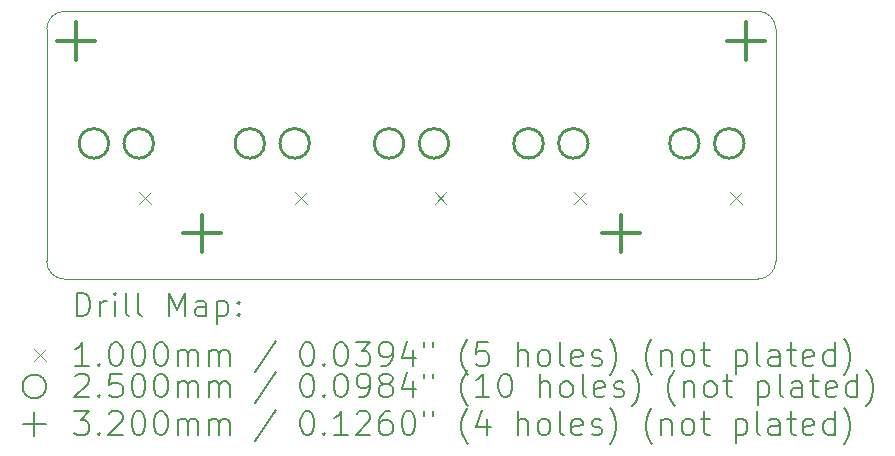
<source format=gbr>
%TF.GenerationSoftware,KiCad,Pcbnew,6.0.9-8da3e8f707~116~ubuntu22.04.1*%
%TF.CreationDate,2022-11-19T00:39:34+05:30*%
%TF.ProjectId,lsa,6c73612e-6b69-4636-9164-5f7063625858,rev?*%
%TF.SameCoordinates,Original*%
%TF.FileFunction,Drillmap*%
%TF.FilePolarity,Positive*%
%FSLAX45Y45*%
G04 Gerber Fmt 4.5, Leading zero omitted, Abs format (unit mm)*
G04 Created by KiCad (PCBNEW 6.0.9-8da3e8f707~116~ubuntu22.04.1) date 2022-11-19 00:39:34*
%MOMM*%
%LPD*%
G01*
G04 APERTURE LIST*
%ADD10C,0.100000*%
%ADD11C,0.200000*%
%ADD12C,0.250000*%
%ADD13C,0.320000*%
G04 APERTURE END LIST*
D10*
X14703934Y-9057934D02*
X14703934Y-7091066D01*
X8681000Y-9209000D02*
X14553934Y-9207934D01*
X8531000Y-9059000D02*
G75*
G03*
X8681000Y-9209000I150000J0D01*
G01*
X14553934Y-6941066D02*
X8681000Y-6941000D01*
X8681000Y-6941000D02*
G75*
G03*
X8531000Y-7091000I0J-150000D01*
G01*
X14553934Y-9207934D02*
G75*
G03*
X14703934Y-9057934I-4J150004D01*
G01*
X8531000Y-7091000D02*
X8531000Y-9059000D01*
X14703934Y-7091066D02*
G75*
G03*
X14553934Y-6941066I-150004J-4D01*
G01*
D11*
D10*
X9315000Y-8475000D02*
X9415000Y-8575000D01*
X9415000Y-8475000D02*
X9315000Y-8575000D01*
X10635000Y-8475000D02*
X10735000Y-8575000D01*
X10735000Y-8475000D02*
X10635000Y-8575000D01*
X11815000Y-8475000D02*
X11915000Y-8575000D01*
X11915000Y-8475000D02*
X11815000Y-8575000D01*
X12995000Y-8475000D02*
X13095000Y-8575000D01*
X13095000Y-8475000D02*
X12995000Y-8575000D01*
X14315000Y-8475000D02*
X14415000Y-8575000D01*
X14415000Y-8475000D02*
X14315000Y-8575000D01*
D12*
X9055000Y-8060000D02*
G75*
G03*
X9055000Y-8060000I-125000J0D01*
G01*
X9435000Y-8060000D02*
G75*
G03*
X9435000Y-8060000I-125000J0D01*
G01*
X10375000Y-8060000D02*
G75*
G03*
X10375000Y-8060000I-125000J0D01*
G01*
X10755000Y-8060000D02*
G75*
G03*
X10755000Y-8060000I-125000J0D01*
G01*
X11555000Y-8060000D02*
G75*
G03*
X11555000Y-8060000I-125000J0D01*
G01*
X11935000Y-8060000D02*
G75*
G03*
X11935000Y-8060000I-125000J0D01*
G01*
X12735000Y-8060000D02*
G75*
G03*
X12735000Y-8060000I-125000J0D01*
G01*
X13115000Y-8060000D02*
G75*
G03*
X13115000Y-8060000I-125000J0D01*
G01*
X14055000Y-8060000D02*
G75*
G03*
X14055000Y-8060000I-125000J0D01*
G01*
X14435000Y-8060000D02*
G75*
G03*
X14435000Y-8060000I-125000J0D01*
G01*
D13*
X8781000Y-7031000D02*
X8781000Y-7351000D01*
X8621000Y-7191000D02*
X8941000Y-7191000D01*
X9846000Y-8662000D02*
X9846000Y-8982000D01*
X9686000Y-8822000D02*
X10006000Y-8822000D01*
X13390000Y-8662000D02*
X13390000Y-8982000D01*
X13230000Y-8822000D02*
X13550000Y-8822000D01*
X14454000Y-7031000D02*
X14454000Y-7351000D01*
X14294000Y-7191000D02*
X14614000Y-7191000D01*
D11*
X8783619Y-9524476D02*
X8783619Y-9324476D01*
X8831238Y-9324476D01*
X8859810Y-9334000D01*
X8878857Y-9353048D01*
X8888381Y-9372095D01*
X8897905Y-9410190D01*
X8897905Y-9438762D01*
X8888381Y-9476857D01*
X8878857Y-9495905D01*
X8859810Y-9514952D01*
X8831238Y-9524476D01*
X8783619Y-9524476D01*
X8983619Y-9524476D02*
X8983619Y-9391143D01*
X8983619Y-9429238D02*
X8993143Y-9410190D01*
X9002667Y-9400667D01*
X9021714Y-9391143D01*
X9040762Y-9391143D01*
X9107429Y-9524476D02*
X9107429Y-9391143D01*
X9107429Y-9324476D02*
X9097905Y-9334000D01*
X9107429Y-9343524D01*
X9116952Y-9334000D01*
X9107429Y-9324476D01*
X9107429Y-9343524D01*
X9231238Y-9524476D02*
X9212190Y-9514952D01*
X9202667Y-9495905D01*
X9202667Y-9324476D01*
X9336000Y-9524476D02*
X9316952Y-9514952D01*
X9307429Y-9495905D01*
X9307429Y-9324476D01*
X9564571Y-9524476D02*
X9564571Y-9324476D01*
X9631238Y-9467333D01*
X9697905Y-9324476D01*
X9697905Y-9524476D01*
X9878857Y-9524476D02*
X9878857Y-9419714D01*
X9869333Y-9400667D01*
X9850286Y-9391143D01*
X9812190Y-9391143D01*
X9793143Y-9400667D01*
X9878857Y-9514952D02*
X9859810Y-9524476D01*
X9812190Y-9524476D01*
X9793143Y-9514952D01*
X9783619Y-9495905D01*
X9783619Y-9476857D01*
X9793143Y-9457810D01*
X9812190Y-9448286D01*
X9859810Y-9448286D01*
X9878857Y-9438762D01*
X9974095Y-9391143D02*
X9974095Y-9591143D01*
X9974095Y-9400667D02*
X9993143Y-9391143D01*
X10031238Y-9391143D01*
X10050286Y-9400667D01*
X10059810Y-9410190D01*
X10069333Y-9429238D01*
X10069333Y-9486381D01*
X10059810Y-9505429D01*
X10050286Y-9514952D01*
X10031238Y-9524476D01*
X9993143Y-9524476D01*
X9974095Y-9514952D01*
X10155048Y-9505429D02*
X10164571Y-9514952D01*
X10155048Y-9524476D01*
X10145524Y-9514952D01*
X10155048Y-9505429D01*
X10155048Y-9524476D01*
X10155048Y-9400667D02*
X10164571Y-9410190D01*
X10155048Y-9419714D01*
X10145524Y-9410190D01*
X10155048Y-9400667D01*
X10155048Y-9419714D01*
D10*
X8426000Y-9804000D02*
X8526000Y-9904000D01*
X8526000Y-9804000D02*
X8426000Y-9904000D01*
D11*
X8888381Y-9944476D02*
X8774095Y-9944476D01*
X8831238Y-9944476D02*
X8831238Y-9744476D01*
X8812190Y-9773048D01*
X8793143Y-9792095D01*
X8774095Y-9801619D01*
X8974095Y-9925429D02*
X8983619Y-9934952D01*
X8974095Y-9944476D01*
X8964571Y-9934952D01*
X8974095Y-9925429D01*
X8974095Y-9944476D01*
X9107429Y-9744476D02*
X9126476Y-9744476D01*
X9145524Y-9754000D01*
X9155048Y-9763524D01*
X9164571Y-9782571D01*
X9174095Y-9820667D01*
X9174095Y-9868286D01*
X9164571Y-9906381D01*
X9155048Y-9925429D01*
X9145524Y-9934952D01*
X9126476Y-9944476D01*
X9107429Y-9944476D01*
X9088381Y-9934952D01*
X9078857Y-9925429D01*
X9069333Y-9906381D01*
X9059810Y-9868286D01*
X9059810Y-9820667D01*
X9069333Y-9782571D01*
X9078857Y-9763524D01*
X9088381Y-9754000D01*
X9107429Y-9744476D01*
X9297905Y-9744476D02*
X9316952Y-9744476D01*
X9336000Y-9754000D01*
X9345524Y-9763524D01*
X9355048Y-9782571D01*
X9364571Y-9820667D01*
X9364571Y-9868286D01*
X9355048Y-9906381D01*
X9345524Y-9925429D01*
X9336000Y-9934952D01*
X9316952Y-9944476D01*
X9297905Y-9944476D01*
X9278857Y-9934952D01*
X9269333Y-9925429D01*
X9259810Y-9906381D01*
X9250286Y-9868286D01*
X9250286Y-9820667D01*
X9259810Y-9782571D01*
X9269333Y-9763524D01*
X9278857Y-9754000D01*
X9297905Y-9744476D01*
X9488381Y-9744476D02*
X9507429Y-9744476D01*
X9526476Y-9754000D01*
X9536000Y-9763524D01*
X9545524Y-9782571D01*
X9555048Y-9820667D01*
X9555048Y-9868286D01*
X9545524Y-9906381D01*
X9536000Y-9925429D01*
X9526476Y-9934952D01*
X9507429Y-9944476D01*
X9488381Y-9944476D01*
X9469333Y-9934952D01*
X9459810Y-9925429D01*
X9450286Y-9906381D01*
X9440762Y-9868286D01*
X9440762Y-9820667D01*
X9450286Y-9782571D01*
X9459810Y-9763524D01*
X9469333Y-9754000D01*
X9488381Y-9744476D01*
X9640762Y-9944476D02*
X9640762Y-9811143D01*
X9640762Y-9830190D02*
X9650286Y-9820667D01*
X9669333Y-9811143D01*
X9697905Y-9811143D01*
X9716952Y-9820667D01*
X9726476Y-9839714D01*
X9726476Y-9944476D01*
X9726476Y-9839714D02*
X9736000Y-9820667D01*
X9755048Y-9811143D01*
X9783619Y-9811143D01*
X9802667Y-9820667D01*
X9812190Y-9839714D01*
X9812190Y-9944476D01*
X9907429Y-9944476D02*
X9907429Y-9811143D01*
X9907429Y-9830190D02*
X9916952Y-9820667D01*
X9936000Y-9811143D01*
X9964571Y-9811143D01*
X9983619Y-9820667D01*
X9993143Y-9839714D01*
X9993143Y-9944476D01*
X9993143Y-9839714D02*
X10002667Y-9820667D01*
X10021714Y-9811143D01*
X10050286Y-9811143D01*
X10069333Y-9820667D01*
X10078857Y-9839714D01*
X10078857Y-9944476D01*
X10469333Y-9734952D02*
X10297905Y-9992095D01*
X10726476Y-9744476D02*
X10745524Y-9744476D01*
X10764571Y-9754000D01*
X10774095Y-9763524D01*
X10783619Y-9782571D01*
X10793143Y-9820667D01*
X10793143Y-9868286D01*
X10783619Y-9906381D01*
X10774095Y-9925429D01*
X10764571Y-9934952D01*
X10745524Y-9944476D01*
X10726476Y-9944476D01*
X10707429Y-9934952D01*
X10697905Y-9925429D01*
X10688381Y-9906381D01*
X10678857Y-9868286D01*
X10678857Y-9820667D01*
X10688381Y-9782571D01*
X10697905Y-9763524D01*
X10707429Y-9754000D01*
X10726476Y-9744476D01*
X10878857Y-9925429D02*
X10888381Y-9934952D01*
X10878857Y-9944476D01*
X10869333Y-9934952D01*
X10878857Y-9925429D01*
X10878857Y-9944476D01*
X11012190Y-9744476D02*
X11031238Y-9744476D01*
X11050286Y-9754000D01*
X11059810Y-9763524D01*
X11069333Y-9782571D01*
X11078857Y-9820667D01*
X11078857Y-9868286D01*
X11069333Y-9906381D01*
X11059810Y-9925429D01*
X11050286Y-9934952D01*
X11031238Y-9944476D01*
X11012190Y-9944476D01*
X10993143Y-9934952D01*
X10983619Y-9925429D01*
X10974095Y-9906381D01*
X10964571Y-9868286D01*
X10964571Y-9820667D01*
X10974095Y-9782571D01*
X10983619Y-9763524D01*
X10993143Y-9754000D01*
X11012190Y-9744476D01*
X11145524Y-9744476D02*
X11269333Y-9744476D01*
X11202667Y-9820667D01*
X11231238Y-9820667D01*
X11250286Y-9830190D01*
X11259809Y-9839714D01*
X11269333Y-9858762D01*
X11269333Y-9906381D01*
X11259809Y-9925429D01*
X11250286Y-9934952D01*
X11231238Y-9944476D01*
X11174095Y-9944476D01*
X11155048Y-9934952D01*
X11145524Y-9925429D01*
X11364571Y-9944476D02*
X11402667Y-9944476D01*
X11421714Y-9934952D01*
X11431238Y-9925429D01*
X11450286Y-9896857D01*
X11459809Y-9858762D01*
X11459809Y-9782571D01*
X11450286Y-9763524D01*
X11440762Y-9754000D01*
X11421714Y-9744476D01*
X11383619Y-9744476D01*
X11364571Y-9754000D01*
X11355048Y-9763524D01*
X11345524Y-9782571D01*
X11345524Y-9830190D01*
X11355048Y-9849238D01*
X11364571Y-9858762D01*
X11383619Y-9868286D01*
X11421714Y-9868286D01*
X11440762Y-9858762D01*
X11450286Y-9849238D01*
X11459809Y-9830190D01*
X11631238Y-9811143D02*
X11631238Y-9944476D01*
X11583619Y-9734952D02*
X11536000Y-9877810D01*
X11659809Y-9877810D01*
X11726476Y-9744476D02*
X11726476Y-9782571D01*
X11802667Y-9744476D02*
X11802667Y-9782571D01*
X12097905Y-10020667D02*
X12088381Y-10011143D01*
X12069333Y-9982571D01*
X12059809Y-9963524D01*
X12050286Y-9934952D01*
X12040762Y-9887333D01*
X12040762Y-9849238D01*
X12050286Y-9801619D01*
X12059809Y-9773048D01*
X12069333Y-9754000D01*
X12088381Y-9725429D01*
X12097905Y-9715905D01*
X12269333Y-9744476D02*
X12174095Y-9744476D01*
X12164571Y-9839714D01*
X12174095Y-9830190D01*
X12193143Y-9820667D01*
X12240762Y-9820667D01*
X12259809Y-9830190D01*
X12269333Y-9839714D01*
X12278857Y-9858762D01*
X12278857Y-9906381D01*
X12269333Y-9925429D01*
X12259809Y-9934952D01*
X12240762Y-9944476D01*
X12193143Y-9944476D01*
X12174095Y-9934952D01*
X12164571Y-9925429D01*
X12516952Y-9944476D02*
X12516952Y-9744476D01*
X12602667Y-9944476D02*
X12602667Y-9839714D01*
X12593143Y-9820667D01*
X12574095Y-9811143D01*
X12545524Y-9811143D01*
X12526476Y-9820667D01*
X12516952Y-9830190D01*
X12726476Y-9944476D02*
X12707428Y-9934952D01*
X12697905Y-9925429D01*
X12688381Y-9906381D01*
X12688381Y-9849238D01*
X12697905Y-9830190D01*
X12707428Y-9820667D01*
X12726476Y-9811143D01*
X12755048Y-9811143D01*
X12774095Y-9820667D01*
X12783619Y-9830190D01*
X12793143Y-9849238D01*
X12793143Y-9906381D01*
X12783619Y-9925429D01*
X12774095Y-9934952D01*
X12755048Y-9944476D01*
X12726476Y-9944476D01*
X12907428Y-9944476D02*
X12888381Y-9934952D01*
X12878857Y-9915905D01*
X12878857Y-9744476D01*
X13059809Y-9934952D02*
X13040762Y-9944476D01*
X13002667Y-9944476D01*
X12983619Y-9934952D01*
X12974095Y-9915905D01*
X12974095Y-9839714D01*
X12983619Y-9820667D01*
X13002667Y-9811143D01*
X13040762Y-9811143D01*
X13059809Y-9820667D01*
X13069333Y-9839714D01*
X13069333Y-9858762D01*
X12974095Y-9877810D01*
X13145524Y-9934952D02*
X13164571Y-9944476D01*
X13202667Y-9944476D01*
X13221714Y-9934952D01*
X13231238Y-9915905D01*
X13231238Y-9906381D01*
X13221714Y-9887333D01*
X13202667Y-9877810D01*
X13174095Y-9877810D01*
X13155048Y-9868286D01*
X13145524Y-9849238D01*
X13145524Y-9839714D01*
X13155048Y-9820667D01*
X13174095Y-9811143D01*
X13202667Y-9811143D01*
X13221714Y-9820667D01*
X13297905Y-10020667D02*
X13307428Y-10011143D01*
X13326476Y-9982571D01*
X13336000Y-9963524D01*
X13345524Y-9934952D01*
X13355048Y-9887333D01*
X13355048Y-9849238D01*
X13345524Y-9801619D01*
X13336000Y-9773048D01*
X13326476Y-9754000D01*
X13307428Y-9725429D01*
X13297905Y-9715905D01*
X13659809Y-10020667D02*
X13650286Y-10011143D01*
X13631238Y-9982571D01*
X13621714Y-9963524D01*
X13612190Y-9934952D01*
X13602667Y-9887333D01*
X13602667Y-9849238D01*
X13612190Y-9801619D01*
X13621714Y-9773048D01*
X13631238Y-9754000D01*
X13650286Y-9725429D01*
X13659809Y-9715905D01*
X13736000Y-9811143D02*
X13736000Y-9944476D01*
X13736000Y-9830190D02*
X13745524Y-9820667D01*
X13764571Y-9811143D01*
X13793143Y-9811143D01*
X13812190Y-9820667D01*
X13821714Y-9839714D01*
X13821714Y-9944476D01*
X13945524Y-9944476D02*
X13926476Y-9934952D01*
X13916952Y-9925429D01*
X13907428Y-9906381D01*
X13907428Y-9849238D01*
X13916952Y-9830190D01*
X13926476Y-9820667D01*
X13945524Y-9811143D01*
X13974095Y-9811143D01*
X13993143Y-9820667D01*
X14002667Y-9830190D01*
X14012190Y-9849238D01*
X14012190Y-9906381D01*
X14002667Y-9925429D01*
X13993143Y-9934952D01*
X13974095Y-9944476D01*
X13945524Y-9944476D01*
X14069333Y-9811143D02*
X14145524Y-9811143D01*
X14097905Y-9744476D02*
X14097905Y-9915905D01*
X14107428Y-9934952D01*
X14126476Y-9944476D01*
X14145524Y-9944476D01*
X14364571Y-9811143D02*
X14364571Y-10011143D01*
X14364571Y-9820667D02*
X14383619Y-9811143D01*
X14421714Y-9811143D01*
X14440762Y-9820667D01*
X14450286Y-9830190D01*
X14459809Y-9849238D01*
X14459809Y-9906381D01*
X14450286Y-9925429D01*
X14440762Y-9934952D01*
X14421714Y-9944476D01*
X14383619Y-9944476D01*
X14364571Y-9934952D01*
X14574095Y-9944476D02*
X14555048Y-9934952D01*
X14545524Y-9915905D01*
X14545524Y-9744476D01*
X14736000Y-9944476D02*
X14736000Y-9839714D01*
X14726476Y-9820667D01*
X14707428Y-9811143D01*
X14669333Y-9811143D01*
X14650286Y-9820667D01*
X14736000Y-9934952D02*
X14716952Y-9944476D01*
X14669333Y-9944476D01*
X14650286Y-9934952D01*
X14640762Y-9915905D01*
X14640762Y-9896857D01*
X14650286Y-9877810D01*
X14669333Y-9868286D01*
X14716952Y-9868286D01*
X14736000Y-9858762D01*
X14802667Y-9811143D02*
X14878857Y-9811143D01*
X14831238Y-9744476D02*
X14831238Y-9915905D01*
X14840762Y-9934952D01*
X14859809Y-9944476D01*
X14878857Y-9944476D01*
X15021714Y-9934952D02*
X15002667Y-9944476D01*
X14964571Y-9944476D01*
X14945524Y-9934952D01*
X14936000Y-9915905D01*
X14936000Y-9839714D01*
X14945524Y-9820667D01*
X14964571Y-9811143D01*
X15002667Y-9811143D01*
X15021714Y-9820667D01*
X15031238Y-9839714D01*
X15031238Y-9858762D01*
X14936000Y-9877810D01*
X15202667Y-9944476D02*
X15202667Y-9744476D01*
X15202667Y-9934952D02*
X15183619Y-9944476D01*
X15145524Y-9944476D01*
X15126476Y-9934952D01*
X15116952Y-9925429D01*
X15107428Y-9906381D01*
X15107428Y-9849238D01*
X15116952Y-9830190D01*
X15126476Y-9820667D01*
X15145524Y-9811143D01*
X15183619Y-9811143D01*
X15202667Y-9820667D01*
X15278857Y-10020667D02*
X15288381Y-10011143D01*
X15307428Y-9982571D01*
X15316952Y-9963524D01*
X15326476Y-9934952D01*
X15336000Y-9887333D01*
X15336000Y-9849238D01*
X15326476Y-9801619D01*
X15316952Y-9773048D01*
X15307428Y-9754000D01*
X15288381Y-9725429D01*
X15278857Y-9715905D01*
X8526000Y-10118000D02*
G75*
G03*
X8526000Y-10118000I-100000J0D01*
G01*
X8774095Y-10027524D02*
X8783619Y-10018000D01*
X8802667Y-10008476D01*
X8850286Y-10008476D01*
X8869333Y-10018000D01*
X8878857Y-10027524D01*
X8888381Y-10046571D01*
X8888381Y-10065619D01*
X8878857Y-10094190D01*
X8764571Y-10208476D01*
X8888381Y-10208476D01*
X8974095Y-10189429D02*
X8983619Y-10198952D01*
X8974095Y-10208476D01*
X8964571Y-10198952D01*
X8974095Y-10189429D01*
X8974095Y-10208476D01*
X9164571Y-10008476D02*
X9069333Y-10008476D01*
X9059810Y-10103714D01*
X9069333Y-10094190D01*
X9088381Y-10084667D01*
X9136000Y-10084667D01*
X9155048Y-10094190D01*
X9164571Y-10103714D01*
X9174095Y-10122762D01*
X9174095Y-10170381D01*
X9164571Y-10189429D01*
X9155048Y-10198952D01*
X9136000Y-10208476D01*
X9088381Y-10208476D01*
X9069333Y-10198952D01*
X9059810Y-10189429D01*
X9297905Y-10008476D02*
X9316952Y-10008476D01*
X9336000Y-10018000D01*
X9345524Y-10027524D01*
X9355048Y-10046571D01*
X9364571Y-10084667D01*
X9364571Y-10132286D01*
X9355048Y-10170381D01*
X9345524Y-10189429D01*
X9336000Y-10198952D01*
X9316952Y-10208476D01*
X9297905Y-10208476D01*
X9278857Y-10198952D01*
X9269333Y-10189429D01*
X9259810Y-10170381D01*
X9250286Y-10132286D01*
X9250286Y-10084667D01*
X9259810Y-10046571D01*
X9269333Y-10027524D01*
X9278857Y-10018000D01*
X9297905Y-10008476D01*
X9488381Y-10008476D02*
X9507429Y-10008476D01*
X9526476Y-10018000D01*
X9536000Y-10027524D01*
X9545524Y-10046571D01*
X9555048Y-10084667D01*
X9555048Y-10132286D01*
X9545524Y-10170381D01*
X9536000Y-10189429D01*
X9526476Y-10198952D01*
X9507429Y-10208476D01*
X9488381Y-10208476D01*
X9469333Y-10198952D01*
X9459810Y-10189429D01*
X9450286Y-10170381D01*
X9440762Y-10132286D01*
X9440762Y-10084667D01*
X9450286Y-10046571D01*
X9459810Y-10027524D01*
X9469333Y-10018000D01*
X9488381Y-10008476D01*
X9640762Y-10208476D02*
X9640762Y-10075143D01*
X9640762Y-10094190D02*
X9650286Y-10084667D01*
X9669333Y-10075143D01*
X9697905Y-10075143D01*
X9716952Y-10084667D01*
X9726476Y-10103714D01*
X9726476Y-10208476D01*
X9726476Y-10103714D02*
X9736000Y-10084667D01*
X9755048Y-10075143D01*
X9783619Y-10075143D01*
X9802667Y-10084667D01*
X9812190Y-10103714D01*
X9812190Y-10208476D01*
X9907429Y-10208476D02*
X9907429Y-10075143D01*
X9907429Y-10094190D02*
X9916952Y-10084667D01*
X9936000Y-10075143D01*
X9964571Y-10075143D01*
X9983619Y-10084667D01*
X9993143Y-10103714D01*
X9993143Y-10208476D01*
X9993143Y-10103714D02*
X10002667Y-10084667D01*
X10021714Y-10075143D01*
X10050286Y-10075143D01*
X10069333Y-10084667D01*
X10078857Y-10103714D01*
X10078857Y-10208476D01*
X10469333Y-9998952D02*
X10297905Y-10256095D01*
X10726476Y-10008476D02*
X10745524Y-10008476D01*
X10764571Y-10018000D01*
X10774095Y-10027524D01*
X10783619Y-10046571D01*
X10793143Y-10084667D01*
X10793143Y-10132286D01*
X10783619Y-10170381D01*
X10774095Y-10189429D01*
X10764571Y-10198952D01*
X10745524Y-10208476D01*
X10726476Y-10208476D01*
X10707429Y-10198952D01*
X10697905Y-10189429D01*
X10688381Y-10170381D01*
X10678857Y-10132286D01*
X10678857Y-10084667D01*
X10688381Y-10046571D01*
X10697905Y-10027524D01*
X10707429Y-10018000D01*
X10726476Y-10008476D01*
X10878857Y-10189429D02*
X10888381Y-10198952D01*
X10878857Y-10208476D01*
X10869333Y-10198952D01*
X10878857Y-10189429D01*
X10878857Y-10208476D01*
X11012190Y-10008476D02*
X11031238Y-10008476D01*
X11050286Y-10018000D01*
X11059810Y-10027524D01*
X11069333Y-10046571D01*
X11078857Y-10084667D01*
X11078857Y-10132286D01*
X11069333Y-10170381D01*
X11059810Y-10189429D01*
X11050286Y-10198952D01*
X11031238Y-10208476D01*
X11012190Y-10208476D01*
X10993143Y-10198952D01*
X10983619Y-10189429D01*
X10974095Y-10170381D01*
X10964571Y-10132286D01*
X10964571Y-10084667D01*
X10974095Y-10046571D01*
X10983619Y-10027524D01*
X10993143Y-10018000D01*
X11012190Y-10008476D01*
X11174095Y-10208476D02*
X11212190Y-10208476D01*
X11231238Y-10198952D01*
X11240762Y-10189429D01*
X11259809Y-10160857D01*
X11269333Y-10122762D01*
X11269333Y-10046571D01*
X11259809Y-10027524D01*
X11250286Y-10018000D01*
X11231238Y-10008476D01*
X11193143Y-10008476D01*
X11174095Y-10018000D01*
X11164571Y-10027524D01*
X11155048Y-10046571D01*
X11155048Y-10094190D01*
X11164571Y-10113238D01*
X11174095Y-10122762D01*
X11193143Y-10132286D01*
X11231238Y-10132286D01*
X11250286Y-10122762D01*
X11259809Y-10113238D01*
X11269333Y-10094190D01*
X11383619Y-10094190D02*
X11364571Y-10084667D01*
X11355048Y-10075143D01*
X11345524Y-10056095D01*
X11345524Y-10046571D01*
X11355048Y-10027524D01*
X11364571Y-10018000D01*
X11383619Y-10008476D01*
X11421714Y-10008476D01*
X11440762Y-10018000D01*
X11450286Y-10027524D01*
X11459809Y-10046571D01*
X11459809Y-10056095D01*
X11450286Y-10075143D01*
X11440762Y-10084667D01*
X11421714Y-10094190D01*
X11383619Y-10094190D01*
X11364571Y-10103714D01*
X11355048Y-10113238D01*
X11345524Y-10132286D01*
X11345524Y-10170381D01*
X11355048Y-10189429D01*
X11364571Y-10198952D01*
X11383619Y-10208476D01*
X11421714Y-10208476D01*
X11440762Y-10198952D01*
X11450286Y-10189429D01*
X11459809Y-10170381D01*
X11459809Y-10132286D01*
X11450286Y-10113238D01*
X11440762Y-10103714D01*
X11421714Y-10094190D01*
X11631238Y-10075143D02*
X11631238Y-10208476D01*
X11583619Y-9998952D02*
X11536000Y-10141810D01*
X11659809Y-10141810D01*
X11726476Y-10008476D02*
X11726476Y-10046571D01*
X11802667Y-10008476D02*
X11802667Y-10046571D01*
X12097905Y-10284667D02*
X12088381Y-10275143D01*
X12069333Y-10246571D01*
X12059809Y-10227524D01*
X12050286Y-10198952D01*
X12040762Y-10151333D01*
X12040762Y-10113238D01*
X12050286Y-10065619D01*
X12059809Y-10037048D01*
X12069333Y-10018000D01*
X12088381Y-9989429D01*
X12097905Y-9979905D01*
X12278857Y-10208476D02*
X12164571Y-10208476D01*
X12221714Y-10208476D02*
X12221714Y-10008476D01*
X12202667Y-10037048D01*
X12183619Y-10056095D01*
X12164571Y-10065619D01*
X12402667Y-10008476D02*
X12421714Y-10008476D01*
X12440762Y-10018000D01*
X12450286Y-10027524D01*
X12459809Y-10046571D01*
X12469333Y-10084667D01*
X12469333Y-10132286D01*
X12459809Y-10170381D01*
X12450286Y-10189429D01*
X12440762Y-10198952D01*
X12421714Y-10208476D01*
X12402667Y-10208476D01*
X12383619Y-10198952D01*
X12374095Y-10189429D01*
X12364571Y-10170381D01*
X12355048Y-10132286D01*
X12355048Y-10084667D01*
X12364571Y-10046571D01*
X12374095Y-10027524D01*
X12383619Y-10018000D01*
X12402667Y-10008476D01*
X12707428Y-10208476D02*
X12707428Y-10008476D01*
X12793143Y-10208476D02*
X12793143Y-10103714D01*
X12783619Y-10084667D01*
X12764571Y-10075143D01*
X12736000Y-10075143D01*
X12716952Y-10084667D01*
X12707428Y-10094190D01*
X12916952Y-10208476D02*
X12897905Y-10198952D01*
X12888381Y-10189429D01*
X12878857Y-10170381D01*
X12878857Y-10113238D01*
X12888381Y-10094190D01*
X12897905Y-10084667D01*
X12916952Y-10075143D01*
X12945524Y-10075143D01*
X12964571Y-10084667D01*
X12974095Y-10094190D01*
X12983619Y-10113238D01*
X12983619Y-10170381D01*
X12974095Y-10189429D01*
X12964571Y-10198952D01*
X12945524Y-10208476D01*
X12916952Y-10208476D01*
X13097905Y-10208476D02*
X13078857Y-10198952D01*
X13069333Y-10179905D01*
X13069333Y-10008476D01*
X13250286Y-10198952D02*
X13231238Y-10208476D01*
X13193143Y-10208476D01*
X13174095Y-10198952D01*
X13164571Y-10179905D01*
X13164571Y-10103714D01*
X13174095Y-10084667D01*
X13193143Y-10075143D01*
X13231238Y-10075143D01*
X13250286Y-10084667D01*
X13259809Y-10103714D01*
X13259809Y-10122762D01*
X13164571Y-10141810D01*
X13336000Y-10198952D02*
X13355048Y-10208476D01*
X13393143Y-10208476D01*
X13412190Y-10198952D01*
X13421714Y-10179905D01*
X13421714Y-10170381D01*
X13412190Y-10151333D01*
X13393143Y-10141810D01*
X13364571Y-10141810D01*
X13345524Y-10132286D01*
X13336000Y-10113238D01*
X13336000Y-10103714D01*
X13345524Y-10084667D01*
X13364571Y-10075143D01*
X13393143Y-10075143D01*
X13412190Y-10084667D01*
X13488381Y-10284667D02*
X13497905Y-10275143D01*
X13516952Y-10246571D01*
X13526476Y-10227524D01*
X13536000Y-10198952D01*
X13545524Y-10151333D01*
X13545524Y-10113238D01*
X13536000Y-10065619D01*
X13526476Y-10037048D01*
X13516952Y-10018000D01*
X13497905Y-9989429D01*
X13488381Y-9979905D01*
X13850286Y-10284667D02*
X13840762Y-10275143D01*
X13821714Y-10246571D01*
X13812190Y-10227524D01*
X13802667Y-10198952D01*
X13793143Y-10151333D01*
X13793143Y-10113238D01*
X13802667Y-10065619D01*
X13812190Y-10037048D01*
X13821714Y-10018000D01*
X13840762Y-9989429D01*
X13850286Y-9979905D01*
X13926476Y-10075143D02*
X13926476Y-10208476D01*
X13926476Y-10094190D02*
X13936000Y-10084667D01*
X13955048Y-10075143D01*
X13983619Y-10075143D01*
X14002667Y-10084667D01*
X14012190Y-10103714D01*
X14012190Y-10208476D01*
X14136000Y-10208476D02*
X14116952Y-10198952D01*
X14107428Y-10189429D01*
X14097905Y-10170381D01*
X14097905Y-10113238D01*
X14107428Y-10094190D01*
X14116952Y-10084667D01*
X14136000Y-10075143D01*
X14164571Y-10075143D01*
X14183619Y-10084667D01*
X14193143Y-10094190D01*
X14202667Y-10113238D01*
X14202667Y-10170381D01*
X14193143Y-10189429D01*
X14183619Y-10198952D01*
X14164571Y-10208476D01*
X14136000Y-10208476D01*
X14259809Y-10075143D02*
X14336000Y-10075143D01*
X14288381Y-10008476D02*
X14288381Y-10179905D01*
X14297905Y-10198952D01*
X14316952Y-10208476D01*
X14336000Y-10208476D01*
X14555048Y-10075143D02*
X14555048Y-10275143D01*
X14555048Y-10084667D02*
X14574095Y-10075143D01*
X14612190Y-10075143D01*
X14631238Y-10084667D01*
X14640762Y-10094190D01*
X14650286Y-10113238D01*
X14650286Y-10170381D01*
X14640762Y-10189429D01*
X14631238Y-10198952D01*
X14612190Y-10208476D01*
X14574095Y-10208476D01*
X14555048Y-10198952D01*
X14764571Y-10208476D02*
X14745524Y-10198952D01*
X14736000Y-10179905D01*
X14736000Y-10008476D01*
X14926476Y-10208476D02*
X14926476Y-10103714D01*
X14916952Y-10084667D01*
X14897905Y-10075143D01*
X14859809Y-10075143D01*
X14840762Y-10084667D01*
X14926476Y-10198952D02*
X14907428Y-10208476D01*
X14859809Y-10208476D01*
X14840762Y-10198952D01*
X14831238Y-10179905D01*
X14831238Y-10160857D01*
X14840762Y-10141810D01*
X14859809Y-10132286D01*
X14907428Y-10132286D01*
X14926476Y-10122762D01*
X14993143Y-10075143D02*
X15069333Y-10075143D01*
X15021714Y-10008476D02*
X15021714Y-10179905D01*
X15031238Y-10198952D01*
X15050286Y-10208476D01*
X15069333Y-10208476D01*
X15212190Y-10198952D02*
X15193143Y-10208476D01*
X15155048Y-10208476D01*
X15136000Y-10198952D01*
X15126476Y-10179905D01*
X15126476Y-10103714D01*
X15136000Y-10084667D01*
X15155048Y-10075143D01*
X15193143Y-10075143D01*
X15212190Y-10084667D01*
X15221714Y-10103714D01*
X15221714Y-10122762D01*
X15126476Y-10141810D01*
X15393143Y-10208476D02*
X15393143Y-10008476D01*
X15393143Y-10198952D02*
X15374095Y-10208476D01*
X15336000Y-10208476D01*
X15316952Y-10198952D01*
X15307428Y-10189429D01*
X15297905Y-10170381D01*
X15297905Y-10113238D01*
X15307428Y-10094190D01*
X15316952Y-10084667D01*
X15336000Y-10075143D01*
X15374095Y-10075143D01*
X15393143Y-10084667D01*
X15469333Y-10284667D02*
X15478857Y-10275143D01*
X15497905Y-10246571D01*
X15507428Y-10227524D01*
X15516952Y-10198952D01*
X15526476Y-10151333D01*
X15526476Y-10113238D01*
X15516952Y-10065619D01*
X15507428Y-10037048D01*
X15497905Y-10018000D01*
X15478857Y-9989429D01*
X15469333Y-9979905D01*
X8426000Y-10338000D02*
X8426000Y-10538000D01*
X8326000Y-10438000D02*
X8526000Y-10438000D01*
X8764571Y-10328476D02*
X8888381Y-10328476D01*
X8821714Y-10404667D01*
X8850286Y-10404667D01*
X8869333Y-10414190D01*
X8878857Y-10423714D01*
X8888381Y-10442762D01*
X8888381Y-10490381D01*
X8878857Y-10509429D01*
X8869333Y-10518952D01*
X8850286Y-10528476D01*
X8793143Y-10528476D01*
X8774095Y-10518952D01*
X8764571Y-10509429D01*
X8974095Y-10509429D02*
X8983619Y-10518952D01*
X8974095Y-10528476D01*
X8964571Y-10518952D01*
X8974095Y-10509429D01*
X8974095Y-10528476D01*
X9059810Y-10347524D02*
X9069333Y-10338000D01*
X9088381Y-10328476D01*
X9136000Y-10328476D01*
X9155048Y-10338000D01*
X9164571Y-10347524D01*
X9174095Y-10366571D01*
X9174095Y-10385619D01*
X9164571Y-10414190D01*
X9050286Y-10528476D01*
X9174095Y-10528476D01*
X9297905Y-10328476D02*
X9316952Y-10328476D01*
X9336000Y-10338000D01*
X9345524Y-10347524D01*
X9355048Y-10366571D01*
X9364571Y-10404667D01*
X9364571Y-10452286D01*
X9355048Y-10490381D01*
X9345524Y-10509429D01*
X9336000Y-10518952D01*
X9316952Y-10528476D01*
X9297905Y-10528476D01*
X9278857Y-10518952D01*
X9269333Y-10509429D01*
X9259810Y-10490381D01*
X9250286Y-10452286D01*
X9250286Y-10404667D01*
X9259810Y-10366571D01*
X9269333Y-10347524D01*
X9278857Y-10338000D01*
X9297905Y-10328476D01*
X9488381Y-10328476D02*
X9507429Y-10328476D01*
X9526476Y-10338000D01*
X9536000Y-10347524D01*
X9545524Y-10366571D01*
X9555048Y-10404667D01*
X9555048Y-10452286D01*
X9545524Y-10490381D01*
X9536000Y-10509429D01*
X9526476Y-10518952D01*
X9507429Y-10528476D01*
X9488381Y-10528476D01*
X9469333Y-10518952D01*
X9459810Y-10509429D01*
X9450286Y-10490381D01*
X9440762Y-10452286D01*
X9440762Y-10404667D01*
X9450286Y-10366571D01*
X9459810Y-10347524D01*
X9469333Y-10338000D01*
X9488381Y-10328476D01*
X9640762Y-10528476D02*
X9640762Y-10395143D01*
X9640762Y-10414190D02*
X9650286Y-10404667D01*
X9669333Y-10395143D01*
X9697905Y-10395143D01*
X9716952Y-10404667D01*
X9726476Y-10423714D01*
X9726476Y-10528476D01*
X9726476Y-10423714D02*
X9736000Y-10404667D01*
X9755048Y-10395143D01*
X9783619Y-10395143D01*
X9802667Y-10404667D01*
X9812190Y-10423714D01*
X9812190Y-10528476D01*
X9907429Y-10528476D02*
X9907429Y-10395143D01*
X9907429Y-10414190D02*
X9916952Y-10404667D01*
X9936000Y-10395143D01*
X9964571Y-10395143D01*
X9983619Y-10404667D01*
X9993143Y-10423714D01*
X9993143Y-10528476D01*
X9993143Y-10423714D02*
X10002667Y-10404667D01*
X10021714Y-10395143D01*
X10050286Y-10395143D01*
X10069333Y-10404667D01*
X10078857Y-10423714D01*
X10078857Y-10528476D01*
X10469333Y-10318952D02*
X10297905Y-10576095D01*
X10726476Y-10328476D02*
X10745524Y-10328476D01*
X10764571Y-10338000D01*
X10774095Y-10347524D01*
X10783619Y-10366571D01*
X10793143Y-10404667D01*
X10793143Y-10452286D01*
X10783619Y-10490381D01*
X10774095Y-10509429D01*
X10764571Y-10518952D01*
X10745524Y-10528476D01*
X10726476Y-10528476D01*
X10707429Y-10518952D01*
X10697905Y-10509429D01*
X10688381Y-10490381D01*
X10678857Y-10452286D01*
X10678857Y-10404667D01*
X10688381Y-10366571D01*
X10697905Y-10347524D01*
X10707429Y-10338000D01*
X10726476Y-10328476D01*
X10878857Y-10509429D02*
X10888381Y-10518952D01*
X10878857Y-10528476D01*
X10869333Y-10518952D01*
X10878857Y-10509429D01*
X10878857Y-10528476D01*
X11078857Y-10528476D02*
X10964571Y-10528476D01*
X11021714Y-10528476D02*
X11021714Y-10328476D01*
X11002667Y-10357048D01*
X10983619Y-10376095D01*
X10964571Y-10385619D01*
X11155048Y-10347524D02*
X11164571Y-10338000D01*
X11183619Y-10328476D01*
X11231238Y-10328476D01*
X11250286Y-10338000D01*
X11259809Y-10347524D01*
X11269333Y-10366571D01*
X11269333Y-10385619D01*
X11259809Y-10414190D01*
X11145524Y-10528476D01*
X11269333Y-10528476D01*
X11440762Y-10328476D02*
X11402667Y-10328476D01*
X11383619Y-10338000D01*
X11374095Y-10347524D01*
X11355048Y-10376095D01*
X11345524Y-10414190D01*
X11345524Y-10490381D01*
X11355048Y-10509429D01*
X11364571Y-10518952D01*
X11383619Y-10528476D01*
X11421714Y-10528476D01*
X11440762Y-10518952D01*
X11450286Y-10509429D01*
X11459809Y-10490381D01*
X11459809Y-10442762D01*
X11450286Y-10423714D01*
X11440762Y-10414190D01*
X11421714Y-10404667D01*
X11383619Y-10404667D01*
X11364571Y-10414190D01*
X11355048Y-10423714D01*
X11345524Y-10442762D01*
X11583619Y-10328476D02*
X11602667Y-10328476D01*
X11621714Y-10338000D01*
X11631238Y-10347524D01*
X11640762Y-10366571D01*
X11650286Y-10404667D01*
X11650286Y-10452286D01*
X11640762Y-10490381D01*
X11631238Y-10509429D01*
X11621714Y-10518952D01*
X11602667Y-10528476D01*
X11583619Y-10528476D01*
X11564571Y-10518952D01*
X11555048Y-10509429D01*
X11545524Y-10490381D01*
X11536000Y-10452286D01*
X11536000Y-10404667D01*
X11545524Y-10366571D01*
X11555048Y-10347524D01*
X11564571Y-10338000D01*
X11583619Y-10328476D01*
X11726476Y-10328476D02*
X11726476Y-10366571D01*
X11802667Y-10328476D02*
X11802667Y-10366571D01*
X12097905Y-10604667D02*
X12088381Y-10595143D01*
X12069333Y-10566571D01*
X12059809Y-10547524D01*
X12050286Y-10518952D01*
X12040762Y-10471333D01*
X12040762Y-10433238D01*
X12050286Y-10385619D01*
X12059809Y-10357048D01*
X12069333Y-10338000D01*
X12088381Y-10309429D01*
X12097905Y-10299905D01*
X12259809Y-10395143D02*
X12259809Y-10528476D01*
X12212190Y-10318952D02*
X12164571Y-10461810D01*
X12288381Y-10461810D01*
X12516952Y-10528476D02*
X12516952Y-10328476D01*
X12602667Y-10528476D02*
X12602667Y-10423714D01*
X12593143Y-10404667D01*
X12574095Y-10395143D01*
X12545524Y-10395143D01*
X12526476Y-10404667D01*
X12516952Y-10414190D01*
X12726476Y-10528476D02*
X12707428Y-10518952D01*
X12697905Y-10509429D01*
X12688381Y-10490381D01*
X12688381Y-10433238D01*
X12697905Y-10414190D01*
X12707428Y-10404667D01*
X12726476Y-10395143D01*
X12755048Y-10395143D01*
X12774095Y-10404667D01*
X12783619Y-10414190D01*
X12793143Y-10433238D01*
X12793143Y-10490381D01*
X12783619Y-10509429D01*
X12774095Y-10518952D01*
X12755048Y-10528476D01*
X12726476Y-10528476D01*
X12907428Y-10528476D02*
X12888381Y-10518952D01*
X12878857Y-10499905D01*
X12878857Y-10328476D01*
X13059809Y-10518952D02*
X13040762Y-10528476D01*
X13002667Y-10528476D01*
X12983619Y-10518952D01*
X12974095Y-10499905D01*
X12974095Y-10423714D01*
X12983619Y-10404667D01*
X13002667Y-10395143D01*
X13040762Y-10395143D01*
X13059809Y-10404667D01*
X13069333Y-10423714D01*
X13069333Y-10442762D01*
X12974095Y-10461810D01*
X13145524Y-10518952D02*
X13164571Y-10528476D01*
X13202667Y-10528476D01*
X13221714Y-10518952D01*
X13231238Y-10499905D01*
X13231238Y-10490381D01*
X13221714Y-10471333D01*
X13202667Y-10461810D01*
X13174095Y-10461810D01*
X13155048Y-10452286D01*
X13145524Y-10433238D01*
X13145524Y-10423714D01*
X13155048Y-10404667D01*
X13174095Y-10395143D01*
X13202667Y-10395143D01*
X13221714Y-10404667D01*
X13297905Y-10604667D02*
X13307428Y-10595143D01*
X13326476Y-10566571D01*
X13336000Y-10547524D01*
X13345524Y-10518952D01*
X13355048Y-10471333D01*
X13355048Y-10433238D01*
X13345524Y-10385619D01*
X13336000Y-10357048D01*
X13326476Y-10338000D01*
X13307428Y-10309429D01*
X13297905Y-10299905D01*
X13659809Y-10604667D02*
X13650286Y-10595143D01*
X13631238Y-10566571D01*
X13621714Y-10547524D01*
X13612190Y-10518952D01*
X13602667Y-10471333D01*
X13602667Y-10433238D01*
X13612190Y-10385619D01*
X13621714Y-10357048D01*
X13631238Y-10338000D01*
X13650286Y-10309429D01*
X13659809Y-10299905D01*
X13736000Y-10395143D02*
X13736000Y-10528476D01*
X13736000Y-10414190D02*
X13745524Y-10404667D01*
X13764571Y-10395143D01*
X13793143Y-10395143D01*
X13812190Y-10404667D01*
X13821714Y-10423714D01*
X13821714Y-10528476D01*
X13945524Y-10528476D02*
X13926476Y-10518952D01*
X13916952Y-10509429D01*
X13907428Y-10490381D01*
X13907428Y-10433238D01*
X13916952Y-10414190D01*
X13926476Y-10404667D01*
X13945524Y-10395143D01*
X13974095Y-10395143D01*
X13993143Y-10404667D01*
X14002667Y-10414190D01*
X14012190Y-10433238D01*
X14012190Y-10490381D01*
X14002667Y-10509429D01*
X13993143Y-10518952D01*
X13974095Y-10528476D01*
X13945524Y-10528476D01*
X14069333Y-10395143D02*
X14145524Y-10395143D01*
X14097905Y-10328476D02*
X14097905Y-10499905D01*
X14107428Y-10518952D01*
X14126476Y-10528476D01*
X14145524Y-10528476D01*
X14364571Y-10395143D02*
X14364571Y-10595143D01*
X14364571Y-10404667D02*
X14383619Y-10395143D01*
X14421714Y-10395143D01*
X14440762Y-10404667D01*
X14450286Y-10414190D01*
X14459809Y-10433238D01*
X14459809Y-10490381D01*
X14450286Y-10509429D01*
X14440762Y-10518952D01*
X14421714Y-10528476D01*
X14383619Y-10528476D01*
X14364571Y-10518952D01*
X14574095Y-10528476D02*
X14555048Y-10518952D01*
X14545524Y-10499905D01*
X14545524Y-10328476D01*
X14736000Y-10528476D02*
X14736000Y-10423714D01*
X14726476Y-10404667D01*
X14707428Y-10395143D01*
X14669333Y-10395143D01*
X14650286Y-10404667D01*
X14736000Y-10518952D02*
X14716952Y-10528476D01*
X14669333Y-10528476D01*
X14650286Y-10518952D01*
X14640762Y-10499905D01*
X14640762Y-10480857D01*
X14650286Y-10461810D01*
X14669333Y-10452286D01*
X14716952Y-10452286D01*
X14736000Y-10442762D01*
X14802667Y-10395143D02*
X14878857Y-10395143D01*
X14831238Y-10328476D02*
X14831238Y-10499905D01*
X14840762Y-10518952D01*
X14859809Y-10528476D01*
X14878857Y-10528476D01*
X15021714Y-10518952D02*
X15002667Y-10528476D01*
X14964571Y-10528476D01*
X14945524Y-10518952D01*
X14936000Y-10499905D01*
X14936000Y-10423714D01*
X14945524Y-10404667D01*
X14964571Y-10395143D01*
X15002667Y-10395143D01*
X15021714Y-10404667D01*
X15031238Y-10423714D01*
X15031238Y-10442762D01*
X14936000Y-10461810D01*
X15202667Y-10528476D02*
X15202667Y-10328476D01*
X15202667Y-10518952D02*
X15183619Y-10528476D01*
X15145524Y-10528476D01*
X15126476Y-10518952D01*
X15116952Y-10509429D01*
X15107428Y-10490381D01*
X15107428Y-10433238D01*
X15116952Y-10414190D01*
X15126476Y-10404667D01*
X15145524Y-10395143D01*
X15183619Y-10395143D01*
X15202667Y-10404667D01*
X15278857Y-10604667D02*
X15288381Y-10595143D01*
X15307428Y-10566571D01*
X15316952Y-10547524D01*
X15326476Y-10518952D01*
X15336000Y-10471333D01*
X15336000Y-10433238D01*
X15326476Y-10385619D01*
X15316952Y-10357048D01*
X15307428Y-10338000D01*
X15288381Y-10309429D01*
X15278857Y-10299905D01*
M02*

</source>
